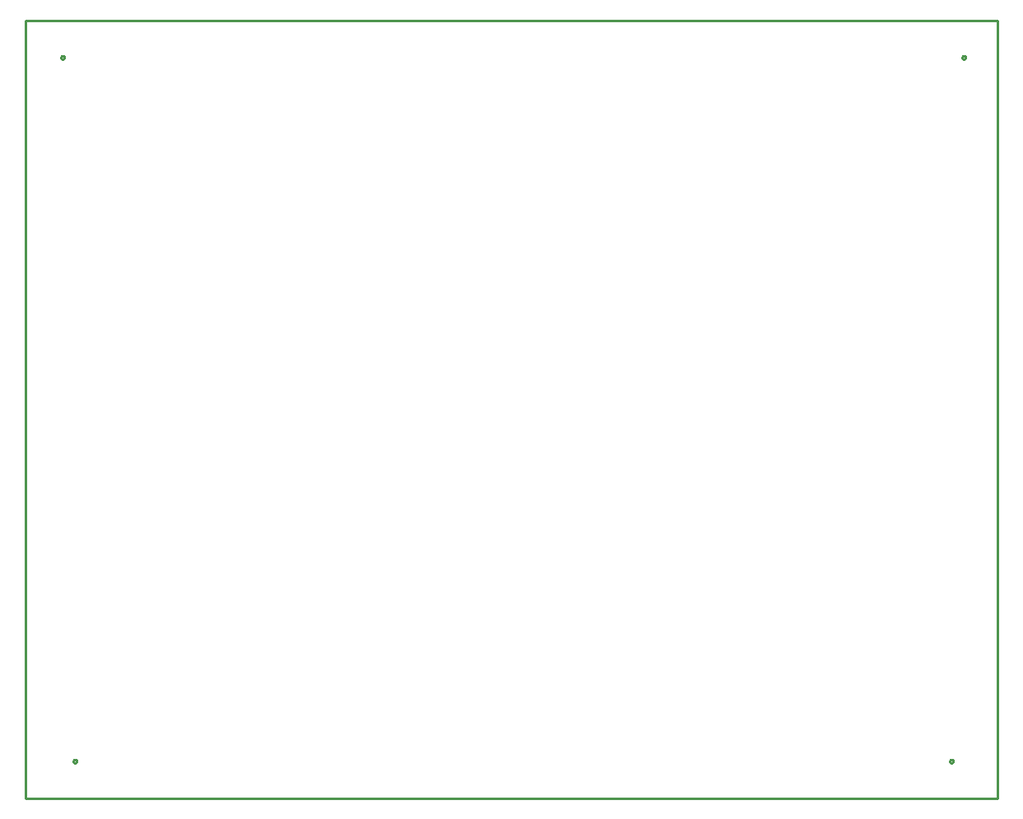
<source format=gbr>
G04 EAGLE Gerber RS-274X export*
G75*
%MOMM*%
%FSLAX34Y34*%
%LPD*%
%IN*%
%IPPOS*%
%AMOC8*
5,1,8,0,0,1.08239X$1,22.5*%
G01*
%ADD10C,0.254000*%


D10*
X0Y0D02*
X1000000Y0D01*
X1000000Y800000D01*
X0Y800000D01*
X0Y0D01*
X39850Y761828D02*
X39783Y761490D01*
X39651Y761171D01*
X39459Y760884D01*
X39216Y760641D01*
X38929Y760449D01*
X38610Y760317D01*
X38272Y760250D01*
X37928Y760250D01*
X37590Y760317D01*
X37271Y760449D01*
X36984Y760641D01*
X36741Y760884D01*
X36549Y761171D01*
X36417Y761490D01*
X36350Y761828D01*
X36350Y762172D01*
X36417Y762510D01*
X36549Y762829D01*
X36741Y763116D01*
X36984Y763359D01*
X37271Y763551D01*
X37590Y763683D01*
X37928Y763750D01*
X38272Y763750D01*
X38610Y763683D01*
X38929Y763551D01*
X39216Y763359D01*
X39459Y763116D01*
X39651Y762829D01*
X39783Y762510D01*
X39850Y762172D01*
X39850Y761828D01*
X966950Y761828D02*
X966883Y761490D01*
X966751Y761171D01*
X966559Y760884D01*
X966316Y760641D01*
X966029Y760449D01*
X965710Y760317D01*
X965372Y760250D01*
X965028Y760250D01*
X964690Y760317D01*
X964371Y760449D01*
X964084Y760641D01*
X963841Y760884D01*
X963649Y761171D01*
X963517Y761490D01*
X963450Y761828D01*
X963450Y762172D01*
X963517Y762510D01*
X963649Y762829D01*
X963841Y763116D01*
X964084Y763359D01*
X964371Y763551D01*
X964690Y763683D01*
X965028Y763750D01*
X965372Y763750D01*
X965710Y763683D01*
X966029Y763551D01*
X966316Y763359D01*
X966559Y763116D01*
X966751Y762829D01*
X966883Y762510D01*
X966950Y762172D01*
X966950Y761828D01*
X954250Y37928D02*
X954183Y37590D01*
X954051Y37271D01*
X953859Y36984D01*
X953616Y36741D01*
X953329Y36549D01*
X953010Y36417D01*
X952672Y36350D01*
X952328Y36350D01*
X951990Y36417D01*
X951671Y36549D01*
X951384Y36741D01*
X951141Y36984D01*
X950949Y37271D01*
X950817Y37590D01*
X950750Y37928D01*
X950750Y38272D01*
X950817Y38610D01*
X950949Y38929D01*
X951141Y39216D01*
X951384Y39459D01*
X951671Y39651D01*
X951990Y39783D01*
X952328Y39850D01*
X952672Y39850D01*
X953010Y39783D01*
X953329Y39651D01*
X953616Y39459D01*
X953859Y39216D01*
X954051Y38929D01*
X954183Y38610D01*
X954250Y38272D01*
X954250Y37928D01*
X52550Y37928D02*
X52483Y37590D01*
X52351Y37271D01*
X52159Y36984D01*
X51916Y36741D01*
X51629Y36549D01*
X51310Y36417D01*
X50972Y36350D01*
X50628Y36350D01*
X50290Y36417D01*
X49971Y36549D01*
X49684Y36741D01*
X49441Y36984D01*
X49249Y37271D01*
X49117Y37590D01*
X49050Y37928D01*
X49050Y38272D01*
X49117Y38610D01*
X49249Y38929D01*
X49441Y39216D01*
X49684Y39459D01*
X49971Y39651D01*
X50290Y39783D01*
X50628Y39850D01*
X50972Y39850D01*
X51310Y39783D01*
X51629Y39651D01*
X51916Y39459D01*
X52159Y39216D01*
X52351Y38929D01*
X52483Y38610D01*
X52550Y38272D01*
X52550Y37928D01*
M02*

</source>
